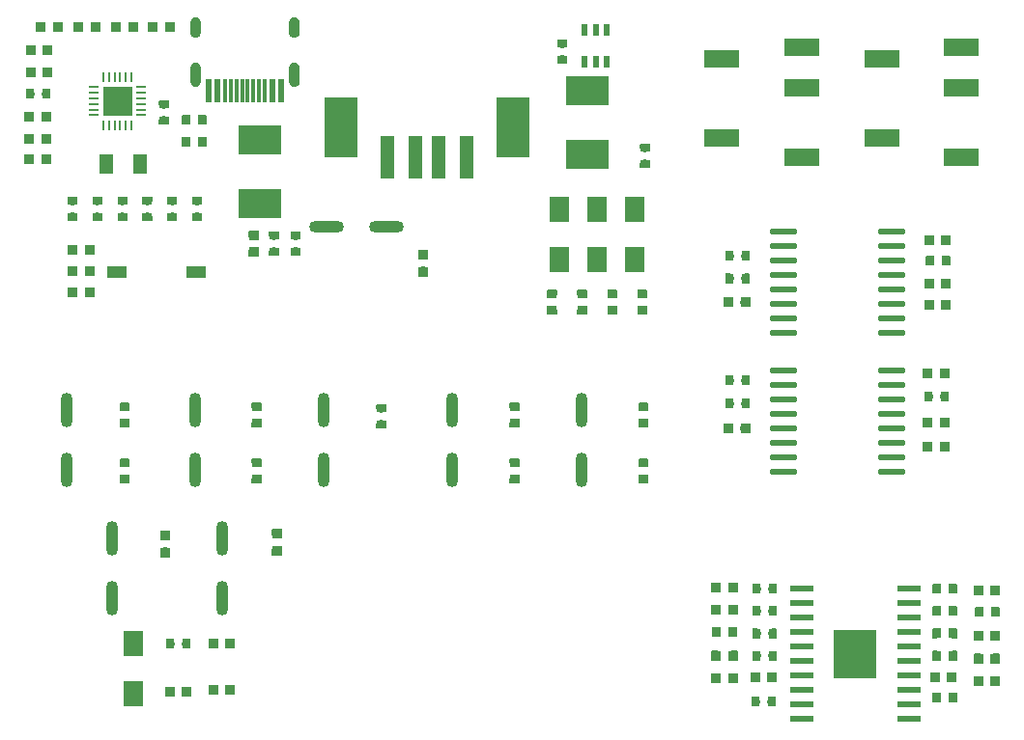
<source format=gtp>
G04*
G04 #@! TF.GenerationSoftware,Altium Limited,Altium Designer,20.2.5 (213)*
G04*
G04 Layer_Color=8421504*
%FSLAX24Y24*%
%MOIN*%
G70*
G04*
G04 #@! TF.SameCoordinates,311A2180-9421-45D2-9D82-A7DF5611BF6A*
G04*
G04*
G04 #@! TF.FilePolarity,Positive*
G04*
G01*
G75*
%ADD19R,0.0475X0.0670*%
%ADD20R,0.0354X0.0315*%
%ADD21R,0.0315X0.0354*%
%ADD22R,0.0318X0.0340*%
%ADD23O,0.0945X0.0226*%
%ADD24R,0.1200X0.0600*%
%ADD25R,0.0472X0.1496*%
%ADD26R,0.1181X0.2087*%
%ADD27R,0.0320X0.0320*%
%ADD28R,0.0669X0.0860*%
%ADD29O,0.0400X0.1200*%
%ADD30R,0.1004X0.1004*%
%ADD31R,0.0110X0.0350*%
%ADD32R,0.0350X0.0110*%
%ADD33R,0.0340X0.0318*%
%ADD34R,0.1496X0.0984*%
%ADD35R,0.0236X0.0800*%
%ADD36R,0.0118X0.0800*%
%ADD37O,0.1200X0.0400*%
%ADD38R,0.0700X0.0400*%
%ADD39R,0.0217X0.0394*%
%ADD40R,0.1500X0.1701*%
%ADD41R,0.0787X0.0236*%
G36*
X28870Y34927D02*
Y34729D01*
X28754Y34621D01*
X28646D01*
X28530Y34729D01*
Y34927D01*
X28555Y34952D01*
X28845D01*
X28870Y34927D01*
D02*
G37*
G36*
Y34265D02*
Y34066D01*
X28845Y34041D01*
X28555D01*
X28530Y34066D01*
Y34265D01*
X28646Y34373D01*
X28754D01*
X28870Y34265D01*
D02*
G37*
G36*
X31105Y31195D02*
Y30905D01*
X31080Y30880D01*
X30882D01*
X30774Y30996D01*
Y31104D01*
X30882Y31220D01*
X31080D01*
X31105Y31195D01*
D02*
G37*
G36*
X30526Y31104D02*
Y30996D01*
X30418Y30880D01*
X30220D01*
X30195Y30905D01*
Y31195D01*
X30220Y31220D01*
X30418D01*
X30526Y31104D01*
D02*
G37*
G36*
X29574Y31195D02*
Y30905D01*
X29549Y30880D01*
X29433D01*
X29274Y30996D01*
Y31104D01*
X29433Y31220D01*
X29549D01*
X29574Y31195D01*
D02*
G37*
G36*
X29026Y31104D02*
Y30996D01*
X28867Y30880D01*
X28751D01*
X28726Y30905D01*
Y31195D01*
X28751Y31220D01*
X28867D01*
X29026Y31104D01*
D02*
G37*
G36*
X31105Y29595D02*
Y29305D01*
X31080Y29280D01*
X30882D01*
X30774Y29396D01*
Y29504D01*
X30882Y29620D01*
X31080D01*
X31105Y29595D01*
D02*
G37*
G36*
X30526Y29504D02*
Y29396D01*
X30418Y29280D01*
X30220D01*
X30195Y29305D01*
Y29595D01*
X30220Y29620D01*
X30418D01*
X30526Y29504D01*
D02*
G37*
G36*
X29605Y29545D02*
Y29255D01*
X29580Y29230D01*
X29382D01*
X29274Y29346D01*
Y29454D01*
X29382Y29570D01*
X29580D01*
X29605Y29545D01*
D02*
G37*
G36*
X29026Y29454D02*
Y29346D01*
X28918Y29230D01*
X28720D01*
X28695Y29255D01*
Y29545D01*
X28720Y29570D01*
X28918D01*
X29026Y29454D01*
D02*
G37*
G36*
X26252Y44795D02*
Y44505D01*
X26227Y44480D01*
X26029D01*
X25921Y44596D01*
Y44704D01*
X26029Y44820D01*
X26227D01*
X26252Y44795D01*
D02*
G37*
G36*
X25673Y44704D02*
Y44596D01*
X25565Y44480D01*
X25366D01*
X25341Y44505D01*
Y44795D01*
X25366Y44820D01*
X25565D01*
X25673Y44704D01*
D02*
G37*
G36*
X26252Y44070D02*
Y43780D01*
X26227Y43755D01*
X26029D01*
X25921Y43871D01*
Y43979D01*
X26029Y44095D01*
X26227D01*
X26252Y44070D01*
D02*
G37*
G36*
X25673Y43979D02*
Y43871D01*
X25565Y43755D01*
X25366D01*
X25341Y43780D01*
Y44070D01*
X25366Y44095D01*
X25565D01*
X25673Y43979D01*
D02*
G37*
G36*
X26252Y43345D02*
Y43055D01*
X26227Y43030D01*
X26029D01*
X25921Y43146D01*
Y43254D01*
X26029Y43370D01*
X26227D01*
X26252Y43345D01*
D02*
G37*
G36*
X25673Y43254D02*
Y43146D01*
X25565Y43030D01*
X25366D01*
X25341Y43055D01*
Y43345D01*
X25366Y43370D01*
X25565D01*
X25673Y43254D01*
D02*
G37*
G36*
X27470Y39349D02*
Y39233D01*
X27354Y39074D01*
X27246D01*
X27130Y39233D01*
Y39349D01*
X27155Y39374D01*
X27445D01*
X27470Y39349D01*
D02*
G37*
G36*
Y38667D02*
Y38551D01*
X27445Y38526D01*
X27155D01*
X27130Y38551D01*
Y38667D01*
X27246Y38826D01*
X27354D01*
X27470Y38667D01*
D02*
G37*
G36*
Y37426D02*
Y37310D01*
X27354Y37151D01*
X27246D01*
X27130Y37310D01*
Y37426D01*
X27155Y37452D01*
X27445D01*
X27470Y37426D01*
D02*
G37*
G36*
Y36745D02*
Y36628D01*
X27445Y36603D01*
X27155D01*
X27130Y36628D01*
Y36745D01*
X27246Y36903D01*
X27354D01*
X27470Y36745D01*
D02*
G37*
G36*
X32604Y34426D02*
X32496D01*
X32380Y34318D01*
Y34120D01*
X32405Y34095D01*
X32695D01*
X32720Y34120D01*
Y34318D01*
X32604Y34426D01*
D02*
G37*
G36*
Y34674D02*
X32496D01*
X32380Y34782D01*
Y34980D01*
X32405Y35005D01*
X32695D01*
X32720Y34980D01*
Y34782D01*
X32604Y34674D01*
D02*
G37*
G36*
X31796Y36903D02*
X31904D01*
X32020Y36745D01*
Y36628D01*
X31995Y36603D01*
X31705D01*
X31680Y36628D01*
Y36745D01*
X31796Y36903D01*
D02*
G37*
G36*
Y37151D02*
X31904D01*
X32020Y37310D01*
Y37426D01*
X31995Y37452D01*
X31705D01*
X31680Y37426D01*
Y37310D01*
X31796Y37151D01*
D02*
G37*
G36*
X31904Y38829D02*
X31796D01*
X31680Y38670D01*
Y38554D01*
X31705Y38528D01*
X31995D01*
X32020Y38554D01*
Y38670D01*
X31904Y38829D01*
D02*
G37*
G36*
X36096Y38776D02*
X36204D01*
X36320Y38617D01*
Y38501D01*
X36295Y38476D01*
X36005D01*
X35980Y38501D01*
Y38617D01*
X36096Y38776D01*
D02*
G37*
G36*
X33370Y44592D02*
Y44475D01*
X33345Y44450D01*
X33055D01*
X33030Y44475D01*
Y44592D01*
X33146Y44750D01*
X33254D01*
X33370Y44592D01*
D02*
G37*
G36*
X32620D02*
Y44475D01*
X32595Y44450D01*
X32305D01*
X32280Y44475D01*
Y44592D01*
X32396Y44750D01*
X32504D01*
X32620Y44592D01*
D02*
G37*
G36*
X31920Y44643D02*
Y44444D01*
X31895Y44419D01*
X31605D01*
X31580Y44444D01*
Y44643D01*
X31696Y44751D01*
X31804D01*
X31920Y44643D01*
D02*
G37*
G36*
X32020Y39352D02*
Y39235D01*
X31904Y39077D01*
X31796D01*
X31680Y39235D01*
Y39352D01*
X31705Y39377D01*
X31995D01*
X32020Y39352D01*
D02*
G37*
G36*
X36320Y39299D02*
Y39183D01*
X36204Y39024D01*
X36096D01*
X35980Y39183D01*
Y39299D01*
X36005Y39324D01*
X36295D01*
X36320Y39299D01*
D02*
G37*
G36*
X37770Y44630D02*
Y44432D01*
X37654Y44324D01*
X37546D01*
X37430Y44432D01*
Y44630D01*
X37455Y44655D01*
X37745D01*
X37770Y44630D01*
D02*
G37*
G36*
Y43968D02*
Y43770D01*
X37745Y43745D01*
X37455D01*
X37430Y43770D01*
Y43968D01*
X37546Y44076D01*
X37654D01*
X37770Y43968D01*
D02*
G37*
G36*
X43254Y43249D02*
Y43133D01*
X43139Y42974D01*
X43030D01*
X42914Y43133D01*
Y43249D01*
X42939Y43274D01*
X43229D01*
X43254Y43249D01*
D02*
G37*
G36*
X42218D02*
Y43133D01*
X42102Y42974D01*
X41993D01*
X41878Y43133D01*
Y43249D01*
X41903Y43274D01*
X42193D01*
X42218Y43249D01*
D02*
G37*
G36*
X43254Y42567D02*
Y42451D01*
X43229Y42426D01*
X42939D01*
X42914Y42451D01*
Y42567D01*
X43030Y42726D01*
X43139D01*
X43254Y42567D01*
D02*
G37*
G36*
X42218D02*
Y42451D01*
X42193Y42426D01*
X41903D01*
X41878Y42451D01*
Y42567D01*
X41993Y42726D01*
X42102D01*
X42218Y42567D01*
D02*
G37*
G36*
X40920Y39352D02*
Y39235D01*
X40804Y39077D01*
X40696D01*
X40580Y39235D01*
Y39352D01*
X40605Y39377D01*
X40895D01*
X40920Y39352D01*
D02*
G37*
G36*
Y38670D02*
Y38554D01*
X40895Y38528D01*
X40605D01*
X40580Y38554D01*
Y38670D01*
X40696Y38829D01*
X40804D01*
X40920Y38670D01*
D02*
G37*
G36*
Y37426D02*
Y37310D01*
X40804Y37151D01*
X40696D01*
X40580Y37310D01*
Y37426D01*
X40605Y37452D01*
X40895D01*
X40920Y37426D01*
D02*
G37*
G36*
Y36745D02*
Y36628D01*
X40895Y36603D01*
X40605D01*
X40580Y36628D01*
Y36745D01*
X40696Y36903D01*
X40804D01*
X40920Y36745D01*
D02*
G37*
G36*
X29859Y52660D02*
X29914Y52606D01*
X29945Y52535D01*
X29946Y52496D01*
Y52181D01*
X29945Y52143D01*
X29914Y52072D01*
X29859Y52017D01*
X29788Y51988D01*
X29710D01*
X29639Y52017D01*
X29583Y52072D01*
X29553Y52143D01*
X29552Y52181D01*
X29552D01*
X29552Y52496D01*
X29553Y52535D01*
X29583Y52606D01*
X29639Y52660D01*
X29710Y52690D01*
X29788D01*
X29859Y52660D01*
D02*
G37*
G36*
X33261Y52661D02*
X33316Y52606D01*
X33347Y52535D01*
X33347Y52496D01*
Y52181D01*
X33347Y52143D01*
X33316Y52071D01*
X33261Y52017D01*
X33189Y51987D01*
X33112D01*
X33040Y52017D01*
X32985Y52071D01*
X32954Y52143D01*
X32954Y52181D01*
X32954D01*
X32954Y52496D01*
X32954Y52535D01*
X32985Y52606D01*
X33040Y52661D01*
X33112Y52690D01*
X33189D01*
X33261Y52661D01*
D02*
G37*
G36*
X42570Y51899D02*
Y51783D01*
X42454Y51624D01*
X42346D01*
X42230Y51783D01*
Y51899D01*
X42255Y51924D01*
X42545D01*
X42570Y51899D01*
D02*
G37*
G36*
X24805Y51695D02*
Y51405D01*
X24780Y51380D01*
X24582D01*
X24474Y51496D01*
Y51604D01*
X24582Y51720D01*
X24780D01*
X24805Y51695D01*
D02*
G37*
G36*
X24226Y51604D02*
Y51496D01*
X24118Y51380D01*
X23920D01*
X23895Y51405D01*
Y51695D01*
X23920Y51720D01*
X24118D01*
X24226Y51604D01*
D02*
G37*
G36*
X42570Y51217D02*
Y51101D01*
X42545Y51076D01*
X42255D01*
X42230Y51101D01*
Y51217D01*
X42346Y51376D01*
X42454D01*
X42570Y51217D01*
D02*
G37*
G36*
X24805Y50925D02*
Y50635D01*
X24780Y50610D01*
X24582D01*
X24474Y50726D01*
Y50834D01*
X24582Y50950D01*
X24780D01*
X24805Y50925D01*
D02*
G37*
G36*
X24226Y50834D02*
Y50726D01*
X24118Y50610D01*
X23920D01*
X23895Y50635D01*
Y50925D01*
X23920Y50950D01*
X24118D01*
X24226Y50834D01*
D02*
G37*
G36*
X29859Y51086D02*
X29914Y51031D01*
X29945Y50960D01*
X29946Y50922D01*
Y50489D01*
X29945Y50450D01*
X29914Y50379D01*
X29859Y50324D01*
X29788Y50295D01*
X29710D01*
X29639Y50324D01*
X29583Y50379D01*
X29553Y50450D01*
X29552Y50489D01*
X29552D01*
X29552Y50922D01*
X29553Y50960D01*
X29583Y51031D01*
X29639Y51086D01*
X29710Y51115D01*
X29788D01*
X29859Y51086D01*
D02*
G37*
G36*
X33262Y51088D02*
X33317Y51033D01*
X33347Y50961D01*
Y50922D01*
Y50489D01*
Y50449D01*
X33317Y50377D01*
X33262Y50322D01*
X33190Y50292D01*
X33111D01*
X33039Y50322D01*
X32983Y50377D01*
X32954Y50449D01*
Y50489D01*
Y50922D01*
Y50961D01*
X32983Y51033D01*
X33039Y51088D01*
X33111Y51118D01*
X33190D01*
X33262Y51088D01*
D02*
G37*
G36*
X24746Y50196D02*
Y49907D01*
X24721Y49882D01*
X24605D01*
X24446Y49997D01*
Y50106D01*
X24605Y50222D01*
X24721D01*
X24746Y50196D01*
D02*
G37*
G36*
X24198Y50106D02*
Y49997D01*
X24039Y49882D01*
X23923D01*
X23898Y49907D01*
Y50196D01*
X23923Y50222D01*
X24039D01*
X24198Y50106D01*
D02*
G37*
G36*
X28820Y49799D02*
Y49683D01*
X28704Y49524D01*
X28596D01*
X28480Y49683D01*
Y49799D01*
X28505Y49824D01*
X28795D01*
X28820Y49799D01*
D02*
G37*
G36*
X24755Y49395D02*
Y49105D01*
X24730Y49080D01*
X24532D01*
X24424Y49196D01*
Y49304D01*
X24532Y49420D01*
X24730D01*
X24755Y49395D01*
D02*
G37*
G36*
X24176Y49304D02*
Y49196D01*
X24068Y49080D01*
X23870D01*
X23845Y49105D01*
Y49395D01*
X23870Y49420D01*
X24068D01*
X24176Y49304D01*
D02*
G37*
G36*
X30124Y49295D02*
Y49005D01*
X30099Y48980D01*
X29983D01*
X29824Y49096D01*
Y49204D01*
X29983Y49320D01*
X30099D01*
X30124Y49295D01*
D02*
G37*
G36*
X29576Y49204D02*
Y49096D01*
X29417Y48980D01*
X29301D01*
X29276Y49005D01*
Y49295D01*
X29301Y49320D01*
X29417D01*
X29576Y49204D01*
D02*
G37*
G36*
X28820Y49117D02*
Y49001D01*
X28795Y48976D01*
X28505D01*
X28480Y49001D01*
Y49117D01*
X28596Y49276D01*
X28704D01*
X28820Y49117D01*
D02*
G37*
G36*
X24755Y48645D02*
Y48355D01*
X24730Y48330D01*
X24532D01*
X24424Y48446D01*
Y48554D01*
X24532Y48670D01*
X24730D01*
X24755Y48645D01*
D02*
G37*
G36*
X24176Y48554D02*
Y48446D01*
X24068Y48330D01*
X23870D01*
X23845Y48355D01*
Y48645D01*
X23870Y48670D01*
X24068D01*
X24176Y48554D01*
D02*
G37*
G36*
X30124Y48545D02*
Y48255D01*
X30099Y48230D01*
X29983D01*
X29824Y48346D01*
Y48454D01*
X29983Y48570D01*
X30099D01*
X30124Y48545D01*
D02*
G37*
G36*
X29576Y48454D02*
Y48346D01*
X29417Y48230D01*
X29301D01*
X29276Y48255D01*
Y48545D01*
X29301Y48570D01*
X29417D01*
X29576Y48454D01*
D02*
G37*
G36*
X24752Y47945D02*
Y47655D01*
X24727Y47630D01*
X24529D01*
X24421Y47746D01*
Y47854D01*
X24529Y47970D01*
X24727D01*
X24752Y47945D01*
D02*
G37*
G36*
X24173Y47854D02*
Y47746D01*
X24065Y47630D01*
X23866D01*
X23841Y47655D01*
Y47945D01*
X23866Y47970D01*
X24065D01*
X24173Y47854D01*
D02*
G37*
G36*
X28070Y47919D02*
Y47328D01*
X28031Y47288D01*
X27634D01*
X27594Y47328D01*
Y47470D01*
X27634Y47509D01*
X27717D01*
X27756Y47549D01*
Y47698D01*
X27717Y47737D01*
X27634D01*
X27594Y47776D01*
Y47919D01*
X27634Y47958D01*
X28031D01*
X28070Y47919D01*
D02*
G37*
G36*
X26906D02*
Y47776D01*
X26866Y47737D01*
X26783D01*
X26744Y47698D01*
Y47549D01*
X26783Y47509D01*
X26866D01*
X26906Y47470D01*
Y47328D01*
X26866Y47288D01*
X26469D01*
X26430Y47328D01*
Y47919D01*
X26469Y47958D01*
X26866D01*
X26906Y47919D01*
D02*
G37*
G36*
X29970Y46474D02*
Y46357D01*
X29854Y46198D01*
X29746D01*
X29630Y46357D01*
Y46474D01*
X29655Y46499D01*
X29945D01*
X29970Y46474D01*
D02*
G37*
G36*
X29110D02*
Y46357D01*
X28994Y46198D01*
X28886D01*
X28770Y46357D01*
Y46474D01*
X28795Y46499D01*
X29085D01*
X29110Y46474D01*
D02*
G37*
G36*
X28250D02*
Y46357D01*
X28134Y46198D01*
X28026D01*
X27910Y46357D01*
Y46474D01*
X27935Y46499D01*
X28225D01*
X28250Y46474D01*
D02*
G37*
G36*
X27390D02*
Y46357D01*
X27274Y46198D01*
X27166D01*
X27050Y46357D01*
Y46474D01*
X27075Y46499D01*
X27365D01*
X27390Y46474D01*
D02*
G37*
G36*
X26530D02*
Y46357D01*
X26414Y46198D01*
X26306D01*
X26190Y46357D01*
Y46474D01*
X26215Y46499D01*
X26505D01*
X26530Y46474D01*
D02*
G37*
G36*
X25670D02*
Y46357D01*
X25554Y46198D01*
X25446D01*
X25330Y46357D01*
Y46474D01*
X25355Y46499D01*
X25645D01*
X25670Y46474D01*
D02*
G37*
G36*
X29970Y45792D02*
Y45675D01*
X29945Y45650D01*
X29655D01*
X29630Y45675D01*
Y45792D01*
X29746Y45950D01*
X29854D01*
X29970Y45792D01*
D02*
G37*
G36*
X29110D02*
Y45675D01*
X29085Y45650D01*
X28795D01*
X28770Y45675D01*
Y45792D01*
X28886Y45950D01*
X28994D01*
X29110Y45792D01*
D02*
G37*
G36*
X28250D02*
Y45675D01*
X28225Y45650D01*
X27935D01*
X27910Y45675D01*
Y45792D01*
X28026Y45950D01*
X28134D01*
X28250Y45792D01*
D02*
G37*
G36*
X27390D02*
Y45675D01*
X27365Y45650D01*
X27075D01*
X27050Y45675D01*
Y45792D01*
X27166Y45950D01*
X27274D01*
X27390Y45792D01*
D02*
G37*
G36*
X26530D02*
Y45675D01*
X26505Y45650D01*
X26215D01*
X26190Y45675D01*
Y45792D01*
X26306Y45950D01*
X26414D01*
X26530Y45792D01*
D02*
G37*
G36*
X25670D02*
Y45675D01*
X25645Y45650D01*
X25355D01*
X25330Y45675D01*
Y45792D01*
X25446Y45950D01*
X25554D01*
X25670Y45792D01*
D02*
G37*
G36*
X31920Y45305D02*
Y45107D01*
X31804Y44999D01*
X31696D01*
X31580Y45107D01*
Y45305D01*
X31605Y45330D01*
X31895D01*
X31920Y45305D01*
D02*
G37*
G36*
X33370Y45274D02*
Y45157D01*
X33254Y44998D01*
X33146D01*
X33030Y45157D01*
Y45274D01*
X33055Y45299D01*
X33345D01*
X33370Y45274D01*
D02*
G37*
G36*
X32620D02*
Y45157D01*
X32504Y44998D01*
X32396D01*
X32280Y45157D01*
Y45274D01*
X32305Y45299D01*
X32595D01*
X32620Y45274D01*
D02*
G37*
G36*
X45420Y48299D02*
Y48183D01*
X45304Y48024D01*
X45196D01*
X45080Y48183D01*
Y48299D01*
X45105Y48324D01*
X45395D01*
X45420Y48299D01*
D02*
G37*
G36*
Y47617D02*
Y47501D01*
X45395Y47476D01*
X45105D01*
X45080Y47501D01*
Y47617D01*
X45196Y47776D01*
X45304D01*
X45420Y47617D01*
D02*
G37*
G36*
X55805Y45145D02*
Y44855D01*
X55780Y44830D01*
X55582D01*
X55474Y44946D01*
Y45054D01*
X55582Y45170D01*
X55780D01*
X55805Y45145D01*
D02*
G37*
G36*
X55226Y45054D02*
Y44946D01*
X55118Y44830D01*
X54920D01*
X54895Y44855D01*
Y45145D01*
X54920Y45170D01*
X55118D01*
X55226Y45054D01*
D02*
G37*
G36*
X48874Y44595D02*
Y44305D01*
X48849Y44280D01*
X48733D01*
X48574Y44396D01*
Y44504D01*
X48733Y44620D01*
X48849D01*
X48874Y44595D01*
D02*
G37*
G36*
X48326Y44504D02*
Y44396D01*
X48167Y44280D01*
X48051D01*
X48026Y44305D01*
Y44595D01*
X48051Y44620D01*
X48167D01*
X48326Y44504D01*
D02*
G37*
G36*
X55796Y44436D02*
Y44147D01*
X55771Y44122D01*
X55655D01*
X55496Y44237D01*
Y44346D01*
X55655Y44462D01*
X55771D01*
X55796Y44436D01*
D02*
G37*
G36*
X55248Y44346D02*
Y44237D01*
X55089Y44122D01*
X54973D01*
X54948Y44147D01*
Y44436D01*
X54973Y44462D01*
X55089D01*
X55248Y44346D01*
D02*
G37*
G36*
X48868Y43817D02*
Y43527D01*
X48843Y43502D01*
X48727D01*
X48568Y43617D01*
Y43726D01*
X48727Y43842D01*
X48843D01*
X48868Y43817D01*
D02*
G37*
G36*
X48320Y43726D02*
Y43617D01*
X48161Y43502D01*
X48045D01*
X48020Y43527D01*
Y43817D01*
X48045Y43842D01*
X48161D01*
X48320Y43726D01*
D02*
G37*
G36*
X55805Y43645D02*
Y43355D01*
X55780Y43330D01*
X55582D01*
X55474Y43446D01*
Y43554D01*
X55582Y43670D01*
X55780D01*
X55805Y43645D01*
D02*
G37*
G36*
X55226Y43554D02*
Y43446D01*
X55118Y43330D01*
X54920D01*
X54895Y43355D01*
Y43645D01*
X54920Y43670D01*
X55118D01*
X55226Y43554D01*
D02*
G37*
G36*
X45327Y43249D02*
Y43133D01*
X45212Y42974D01*
X45103D01*
X44987Y43133D01*
Y43249D01*
X45012Y43274D01*
X45302D01*
X45327Y43249D01*
D02*
G37*
G36*
X44291D02*
Y43133D01*
X44175Y42974D01*
X44066D01*
X43951Y43133D01*
Y43249D01*
X43976Y43274D01*
X44266D01*
X44291Y43249D01*
D02*
G37*
G36*
X48877Y42995D02*
Y42705D01*
X48852Y42680D01*
X48654D01*
X48546Y42796D01*
Y42904D01*
X48654Y43020D01*
X48852D01*
X48877Y42995D01*
D02*
G37*
G36*
X48298Y42904D02*
Y42796D01*
X48190Y42680D01*
X47992D01*
X47967Y42705D01*
Y42995D01*
X47992Y43020D01*
X48190D01*
X48298Y42904D01*
D02*
G37*
G36*
X55805Y42895D02*
Y42605D01*
X55780Y42580D01*
X55582D01*
X55474Y42696D01*
Y42804D01*
X55582Y42920D01*
X55780D01*
X55805Y42895D01*
D02*
G37*
G36*
X55226Y42804D02*
Y42696D01*
X55118Y42580D01*
X54920D01*
X54895Y42605D01*
Y42895D01*
X54920Y42920D01*
X55118D01*
X55226Y42804D01*
D02*
G37*
G36*
X45327Y42567D02*
Y42451D01*
X45302Y42426D01*
X45012D01*
X44987Y42451D01*
Y42567D01*
X45103Y42726D01*
X45212D01*
X45327Y42567D01*
D02*
G37*
G36*
X44291D02*
Y42451D01*
X44266Y42426D01*
X43976D01*
X43951Y42451D01*
Y42567D01*
X44066Y42726D01*
X44175D01*
X44291Y42567D01*
D02*
G37*
G36*
X55755Y40545D02*
Y40255D01*
X55730Y40230D01*
X55532D01*
X55424Y40346D01*
Y40454D01*
X55532Y40570D01*
X55730D01*
X55755Y40545D01*
D02*
G37*
G36*
X55176Y40454D02*
Y40346D01*
X55068Y40230D01*
X54870D01*
X54845Y40255D01*
Y40545D01*
X54870Y40570D01*
X55068D01*
X55176Y40454D01*
D02*
G37*
G36*
X48874Y40295D02*
Y40005D01*
X48849Y39980D01*
X48733D01*
X48574Y40096D01*
Y40204D01*
X48733Y40320D01*
X48849D01*
X48874Y40295D01*
D02*
G37*
G36*
X48326Y40204D02*
Y40096D01*
X48167Y39980D01*
X48051D01*
X48026Y40005D01*
Y40295D01*
X48051Y40320D01*
X48167D01*
X48326Y40204D01*
D02*
G37*
G36*
X55746Y39736D02*
Y39447D01*
X55721Y39422D01*
X55605D01*
X55446Y39537D01*
Y39646D01*
X55605Y39762D01*
X55721D01*
X55746Y39736D01*
D02*
G37*
G36*
X55198Y39646D02*
Y39537D01*
X55039Y39422D01*
X54923D01*
X54898Y39447D01*
Y39736D01*
X54923Y39762D01*
X55039D01*
X55198Y39646D01*
D02*
G37*
G36*
X48868Y39492D02*
Y39202D01*
X48843Y39177D01*
X48727D01*
X48568Y39292D01*
Y39401D01*
X48727Y39517D01*
X48843D01*
X48868Y39492D01*
D02*
G37*
G36*
X48320Y39401D02*
Y39292D01*
X48161Y39177D01*
X48045D01*
X48020Y39202D01*
Y39492D01*
X48045Y39517D01*
X48161D01*
X48320Y39401D01*
D02*
G37*
G36*
X45370Y39352D02*
Y39235D01*
X45254Y39077D01*
X45146D01*
X45030Y39235D01*
Y39352D01*
X45055Y39377D01*
X45345D01*
X45370Y39352D01*
D02*
G37*
G36*
X55755Y38845D02*
Y38555D01*
X55730Y38530D01*
X55532D01*
X55424Y38646D01*
Y38754D01*
X55532Y38870D01*
X55730D01*
X55755Y38845D01*
D02*
G37*
G36*
X55176Y38754D02*
Y38646D01*
X55068Y38530D01*
X54870D01*
X54845Y38555D01*
Y38845D01*
X54870Y38870D01*
X55068D01*
X55176Y38754D01*
D02*
G37*
G36*
X45370Y38670D02*
Y38554D01*
X45345Y38528D01*
X45055D01*
X45030Y38554D01*
Y38670D01*
X45146Y38829D01*
X45254D01*
X45370Y38670D01*
D02*
G37*
G36*
X48877Y38645D02*
Y38355D01*
X48852Y38330D01*
X48654D01*
X48546Y38446D01*
Y38554D01*
X48654Y38670D01*
X48852D01*
X48877Y38645D01*
D02*
G37*
G36*
X48298Y38554D02*
Y38446D01*
X48190Y38330D01*
X47992D01*
X47967Y38355D01*
Y38645D01*
X47992Y38670D01*
X48190D01*
X48298Y38554D01*
D02*
G37*
G36*
X55759Y37995D02*
Y37705D01*
X55734Y37680D01*
X55535D01*
X55427Y37796D01*
Y37904D01*
X55535Y38020D01*
X55734D01*
X55759Y37995D01*
D02*
G37*
G36*
X55179Y37904D02*
Y37796D01*
X55071Y37680D01*
X54873D01*
X54848Y37705D01*
Y37995D01*
X54873Y38020D01*
X55071D01*
X55179Y37904D01*
D02*
G37*
G36*
X45370Y37426D02*
Y37310D01*
X45254Y37151D01*
X45146D01*
X45030Y37310D01*
Y37426D01*
X45055Y37452D01*
X45345D01*
X45370Y37426D01*
D02*
G37*
G36*
Y36745D02*
Y36628D01*
X45345Y36603D01*
X45055D01*
X45030Y36628D01*
Y36745D01*
X45146Y36903D01*
X45254D01*
X45370Y36745D01*
D02*
G37*
G36*
X48455Y33145D02*
Y32855D01*
X48430Y32830D01*
X48232D01*
X48124Y32946D01*
Y33054D01*
X48232Y33170D01*
X48430D01*
X48455Y33145D01*
D02*
G37*
G36*
X47876Y33054D02*
Y32946D01*
X47768Y32830D01*
X47570D01*
X47545Y32855D01*
Y33145D01*
X47570Y33170D01*
X47768D01*
X47876Y33054D01*
D02*
G37*
G36*
X56022Y33097D02*
Y32807D01*
X55996Y32782D01*
X55880D01*
X55721Y32898D01*
Y33007D01*
X55880Y33122D01*
X55996D01*
X56022Y33097D01*
D02*
G37*
G36*
X55473Y33007D02*
Y32898D01*
X55315Y32782D01*
X55198D01*
X55173Y32807D01*
Y33097D01*
X55198Y33122D01*
X55315D01*
X55473Y33007D01*
D02*
G37*
G36*
X49802Y33095D02*
Y32805D01*
X49777Y32780D01*
X49661D01*
X49502Y32896D01*
Y33004D01*
X49661Y33120D01*
X49777D01*
X49802Y33095D01*
D02*
G37*
G36*
X49254Y33004D02*
Y32896D01*
X49095Y32780D01*
X48979D01*
X48954Y32805D01*
Y33095D01*
X48979Y33120D01*
X49095D01*
X49254Y33004D01*
D02*
G37*
G36*
X57505Y33045D02*
Y32755D01*
X57480Y32730D01*
X57282D01*
X57174Y32846D01*
Y32954D01*
X57282Y33070D01*
X57480D01*
X57505Y33045D01*
D02*
G37*
G36*
X56926Y32954D02*
Y32846D01*
X56818Y32730D01*
X56620D01*
X56595Y32755D01*
Y33045D01*
X56620Y33070D01*
X56818D01*
X56926Y32954D01*
D02*
G37*
G36*
X48455Y32357D02*
Y32068D01*
X48430Y32042D01*
X48232D01*
X48124Y32158D01*
Y32267D01*
X48232Y32383D01*
X48430D01*
X48455Y32357D01*
D02*
G37*
G36*
X47876Y32267D02*
Y32158D01*
X47768Y32042D01*
X47570D01*
X47545Y32068D01*
Y32357D01*
X47570Y32383D01*
X47768D01*
X47876Y32267D01*
D02*
G37*
G36*
X56022Y32325D02*
Y32035D01*
X55996Y32010D01*
X55880D01*
X55721Y32126D01*
Y32235D01*
X55880Y32350D01*
X55996D01*
X56022Y32325D01*
D02*
G37*
G36*
X55473Y32235D02*
Y32126D01*
X55315Y32010D01*
X55198D01*
X55173Y32035D01*
Y32325D01*
X55198Y32350D01*
X55315D01*
X55473Y32235D01*
D02*
G37*
G36*
X49802Y32323D02*
Y32033D01*
X49777Y32008D01*
X49661D01*
X49502Y32124D01*
Y32233D01*
X49661Y32348D01*
X49777D01*
X49802Y32323D01*
D02*
G37*
G36*
X49254Y32233D02*
Y32124D01*
X49095Y32008D01*
X48979D01*
X48954Y32033D01*
Y32323D01*
X48979Y32348D01*
X49095D01*
X49254Y32233D01*
D02*
G37*
G36*
X57496Y32299D02*
Y32009D01*
X57471Y31984D01*
X57355D01*
X57196Y32100D01*
Y32209D01*
X57355Y32324D01*
X57471D01*
X57496Y32299D01*
D02*
G37*
G36*
X56948Y32209D02*
Y32100D01*
X56789Y31984D01*
X56673D01*
X56648Y32009D01*
Y32299D01*
X56673Y32324D01*
X56789D01*
X56948Y32209D01*
D02*
G37*
G36*
X48424Y31611D02*
Y31322D01*
X48399Y31297D01*
X48283D01*
X48124Y31412D01*
Y31521D01*
X48283Y31637D01*
X48399D01*
X48424Y31611D01*
D02*
G37*
G36*
X47876Y31521D02*
Y31412D01*
X47717Y31297D01*
X47601D01*
X47576Y31322D01*
Y31611D01*
X47601Y31637D01*
X47717D01*
X47876Y31521D01*
D02*
G37*
G36*
X56022Y31553D02*
Y31264D01*
X55996Y31239D01*
X55880D01*
X55721Y31354D01*
Y31463D01*
X55880Y31579D01*
X55996D01*
X56022Y31553D01*
D02*
G37*
G36*
X55473Y31463D02*
Y31354D01*
X55315Y31239D01*
X55198D01*
X55173Y31264D01*
Y31553D01*
X55198Y31579D01*
X55315D01*
X55473Y31463D01*
D02*
G37*
G36*
X49802Y31551D02*
Y31262D01*
X49777Y31236D01*
X49661D01*
X49502Y31352D01*
Y31461D01*
X49661Y31577D01*
X49777D01*
X49802Y31551D01*
D02*
G37*
G36*
X49254Y31461D02*
Y31352D01*
X49095Y31236D01*
X48979D01*
X48954Y31262D01*
Y31551D01*
X48979Y31577D01*
X49095D01*
X49254Y31461D01*
D02*
G37*
G36*
X57505Y31470D02*
Y31180D01*
X57480Y31155D01*
X57282D01*
X57174Y31271D01*
Y31379D01*
X57282Y31495D01*
X57480D01*
X57505Y31470D01*
D02*
G37*
G36*
X56926Y31379D02*
Y31271D01*
X56818Y31155D01*
X56620D01*
X56595Y31180D01*
Y31470D01*
X56620Y31495D01*
X56818D01*
X56926Y31379D01*
D02*
G37*
G36*
X48455Y30782D02*
Y30493D01*
X48430Y30467D01*
X48232D01*
X48124Y30583D01*
Y30692D01*
X48232Y30808D01*
X48430D01*
X48455Y30782D01*
D02*
G37*
G36*
X47876Y30692D02*
Y30583D01*
X47768Y30467D01*
X47570D01*
X47545Y30493D01*
Y30782D01*
X47570Y30808D01*
X47768D01*
X47876Y30692D01*
D02*
G37*
G36*
X56022Y30782D02*
Y30492D01*
X55996Y30467D01*
X55880D01*
X55721Y30582D01*
Y30691D01*
X55880Y30807D01*
X55996D01*
X56022Y30782D01*
D02*
G37*
G36*
X55473Y30691D02*
Y30582D01*
X55315Y30467D01*
X55198D01*
X55173Y30492D01*
Y30782D01*
X55198Y30807D01*
X55315D01*
X55473Y30691D01*
D02*
G37*
G36*
X49802Y30780D02*
Y30490D01*
X49777Y30465D01*
X49661D01*
X49502Y30580D01*
Y30689D01*
X49661Y30805D01*
X49777D01*
X49802Y30780D01*
D02*
G37*
G36*
X49254Y30689D02*
Y30580D01*
X49095Y30465D01*
X48979D01*
X48954Y30490D01*
Y30780D01*
X48979Y30805D01*
X49095D01*
X49254Y30689D01*
D02*
G37*
G36*
X57505Y30682D02*
Y30393D01*
X57480Y30367D01*
X57282D01*
X57174Y30483D01*
Y30592D01*
X57282Y30708D01*
X57480D01*
X57505Y30682D01*
D02*
G37*
G36*
X56926Y30592D02*
Y30483D01*
X56818Y30367D01*
X56620D01*
X56595Y30393D01*
Y30682D01*
X56620Y30708D01*
X56818D01*
X56926Y30592D01*
D02*
G37*
G36*
X56005Y30045D02*
Y29755D01*
X55980Y29730D01*
X55782D01*
X55674Y29846D01*
Y29954D01*
X55782Y30070D01*
X55980D01*
X56005Y30045D01*
D02*
G37*
G36*
X55426Y29954D02*
Y29846D01*
X55318Y29730D01*
X55120D01*
X55095Y29755D01*
Y30045D01*
X55120Y30070D01*
X55318D01*
X55426Y29954D01*
D02*
G37*
G36*
X49805Y30045D02*
Y29755D01*
X49780Y29730D01*
X49582D01*
X49474Y29846D01*
Y29954D01*
X49582Y30070D01*
X49780D01*
X49805Y30045D01*
D02*
G37*
G36*
X49226Y29954D02*
Y29846D01*
X49118Y29730D01*
X48920D01*
X48895Y29755D01*
Y30045D01*
X48920Y30070D01*
X49118D01*
X49226Y29954D01*
D02*
G37*
G36*
X48455Y29995D02*
Y29705D01*
X48430Y29680D01*
X48232D01*
X48124Y29796D01*
Y29904D01*
X48232Y30020D01*
X48430D01*
X48455Y29995D01*
D02*
G37*
G36*
X47876Y29904D02*
Y29796D01*
X47768Y29680D01*
X47570D01*
X47545Y29705D01*
Y29995D01*
X47570Y30020D01*
X47768D01*
X47876Y29904D01*
D02*
G37*
G36*
X57505Y29895D02*
Y29605D01*
X57480Y29580D01*
X57282D01*
X57174Y29696D01*
Y29804D01*
X57282Y29920D01*
X57480D01*
X57505Y29895D01*
D02*
G37*
G36*
X56926Y29804D02*
Y29696D01*
X56818Y29580D01*
X56620D01*
X56595Y29605D01*
Y29895D01*
X56620Y29920D01*
X56818D01*
X56926Y29804D01*
D02*
G37*
G36*
X56024Y29345D02*
Y29055D01*
X55999Y29030D01*
X55883D01*
X55724Y29146D01*
Y29254D01*
X55883Y29370D01*
X55999D01*
X56024Y29345D01*
D02*
G37*
G36*
X55476Y29254D02*
Y29146D01*
X55317Y29030D01*
X55201D01*
X55176Y29055D01*
Y29345D01*
X55201Y29370D01*
X55317D01*
X55476Y29254D01*
D02*
G37*
G36*
X49774Y29195D02*
Y28905D01*
X49749Y28880D01*
X49633D01*
X49474Y28996D01*
Y29104D01*
X49633Y29220D01*
X49749D01*
X49774Y29195D01*
D02*
G37*
G36*
X49226Y29104D02*
Y28996D01*
X49067Y28880D01*
X48951D01*
X48926Y28905D01*
Y29195D01*
X48951Y29220D01*
X49067D01*
X49226Y29104D01*
D02*
G37*
D19*
X27832Y47623D02*
D03*
X26668D02*
D03*
D20*
X28650Y49676D02*
D03*
Y49124D02*
D03*
X40750Y38677D02*
D03*
Y39228D02*
D03*
X27300Y38674D02*
D03*
Y39226D02*
D03*
X45200Y38677D02*
D03*
Y39228D02*
D03*
X42048Y43126D02*
D03*
Y42574D02*
D03*
X43084Y43126D02*
D03*
Y42574D02*
D03*
X36150Y39176D02*
D03*
Y38624D02*
D03*
X27220Y46350D02*
D03*
Y45799D02*
D03*
X28080Y46350D02*
D03*
Y45799D02*
D03*
X28940Y46350D02*
D03*
Y45799D02*
D03*
X29800Y46350D02*
D03*
Y45799D02*
D03*
X33200Y45150D02*
D03*
Y44599D02*
D03*
X32450Y45150D02*
D03*
Y44599D02*
D03*
X40750Y37303D02*
D03*
Y36752D02*
D03*
X26360Y46350D02*
D03*
Y45799D02*
D03*
X25500Y46350D02*
D03*
Y45799D02*
D03*
X31850Y38677D02*
D03*
Y39228D02*
D03*
Y37303D02*
D03*
Y36752D02*
D03*
X42400Y51224D02*
D03*
Y51776D02*
D03*
X45250Y48176D02*
D03*
Y47624D02*
D03*
X27300Y37303D02*
D03*
Y36752D02*
D03*
X45200Y37303D02*
D03*
Y36752D02*
D03*
X45157Y43126D02*
D03*
Y42574D02*
D03*
X44121Y43126D02*
D03*
Y42574D02*
D03*
D21*
X29976Y49150D02*
D03*
X29424D02*
D03*
X29976Y48400D02*
D03*
X29424D02*
D03*
X24046Y50052D02*
D03*
X24598D02*
D03*
X55597Y39592D02*
D03*
X55046D02*
D03*
X55096Y44292D02*
D03*
X55647D02*
D03*
X48168Y39347D02*
D03*
X48719D02*
D03*
X48726Y40150D02*
D03*
X48174D02*
D03*
X48168Y43672D02*
D03*
X48719D02*
D03*
X48726Y44450D02*
D03*
X48174D02*
D03*
X29426Y31050D02*
D03*
X28874D02*
D03*
X49102Y31406D02*
D03*
X49654D02*
D03*
X49102Y30635D02*
D03*
X49654D02*
D03*
X55873Y31409D02*
D03*
X55322D02*
D03*
X55873Y30637D02*
D03*
X55322D02*
D03*
X55873Y32180D02*
D03*
X55322D02*
D03*
X55873Y32952D02*
D03*
X55322D02*
D03*
X49102Y32950D02*
D03*
X49654D02*
D03*
X49102Y32178D02*
D03*
X49654D02*
D03*
X55324Y29200D02*
D03*
X55876D02*
D03*
X57347Y32154D02*
D03*
X56796D02*
D03*
X49626Y29050D02*
D03*
X49074D02*
D03*
X48276Y31467D02*
D03*
X47724D02*
D03*
D22*
X24053Y51550D02*
D03*
X24647D02*
D03*
X24053Y50780D02*
D03*
X24647D02*
D03*
X24597Y49250D02*
D03*
X24003D02*
D03*
X55600Y37850D02*
D03*
X55007D02*
D03*
X55597Y38700D02*
D03*
X55003D02*
D03*
Y40400D02*
D03*
X55597D02*
D03*
X55053Y42750D02*
D03*
X55647D02*
D03*
Y43500D02*
D03*
X55053D02*
D03*
Y45000D02*
D03*
X55647D02*
D03*
X48125Y38500D02*
D03*
X48719D02*
D03*
X48125Y42850D02*
D03*
X48719D02*
D03*
X30947Y29450D02*
D03*
X30353D02*
D03*
X30947Y31050D02*
D03*
X30353D02*
D03*
X28853Y29400D02*
D03*
X29447D02*
D03*
X24597Y48500D02*
D03*
X24003D02*
D03*
X26093Y44650D02*
D03*
X25500D02*
D03*
X26093Y43925D02*
D03*
X25500D02*
D03*
X24000Y47800D02*
D03*
X24593D02*
D03*
X26093Y43200D02*
D03*
X25500D02*
D03*
X56753Y32900D02*
D03*
X57347D02*
D03*
X47703Y33000D02*
D03*
X48297D02*
D03*
X56753Y31325D02*
D03*
X57347D02*
D03*
X47703Y32213D02*
D03*
X48297D02*
D03*
X55847Y29900D02*
D03*
X55253D02*
D03*
X49053D02*
D03*
X49647D02*
D03*
X47703Y30638D02*
D03*
X48297D02*
D03*
X57347Y30538D02*
D03*
X56753D02*
D03*
X48297Y29850D02*
D03*
X47703D02*
D03*
X56753Y29750D02*
D03*
X57347D02*
D03*
D23*
X53770Y37000D02*
D03*
Y37500D02*
D03*
Y38000D02*
D03*
Y38500D02*
D03*
Y39000D02*
D03*
Y39500D02*
D03*
Y40000D02*
D03*
Y40500D02*
D03*
X50030Y37000D02*
D03*
Y37500D02*
D03*
Y38000D02*
D03*
Y38500D02*
D03*
Y39000D02*
D03*
Y39500D02*
D03*
Y40000D02*
D03*
Y40500D02*
D03*
X53770Y41800D02*
D03*
Y42300D02*
D03*
Y42800D02*
D03*
Y43300D02*
D03*
Y43800D02*
D03*
Y44300D02*
D03*
Y44800D02*
D03*
Y45300D02*
D03*
X50030Y41800D02*
D03*
Y42300D02*
D03*
Y42800D02*
D03*
Y43300D02*
D03*
Y43800D02*
D03*
Y44300D02*
D03*
Y44800D02*
D03*
Y45300D02*
D03*
D24*
X53425Y48510D02*
D03*
X56175Y47840D02*
D03*
Y50240D02*
D03*
X53425Y51260D02*
D03*
X56175Y51660D02*
D03*
X47900Y48510D02*
D03*
X50650Y47840D02*
D03*
Y50240D02*
D03*
X47900Y51260D02*
D03*
X50650Y51660D02*
D03*
D25*
X36358Y47865D02*
D03*
X37342Y47864D02*
D03*
X38130D02*
D03*
X39114D02*
D03*
D26*
X40687Y48888D02*
D03*
X34781Y48888D02*
D03*
D27*
X28850Y52350D02*
D03*
X28250D02*
D03*
X27000D02*
D03*
X27600D02*
D03*
X25700D02*
D03*
X26300D02*
D03*
X24400D02*
D03*
X25000D02*
D03*
D28*
X27600Y31066D02*
D03*
Y29334D02*
D03*
X42300Y46066D02*
D03*
Y44334D02*
D03*
X43607D02*
D03*
Y46066D02*
D03*
X44900D02*
D03*
Y44334D02*
D03*
D29*
X25300Y39130D02*
D03*
Y37070D02*
D03*
X34175D02*
D03*
Y39130D02*
D03*
X30650Y34680D02*
D03*
Y32620D02*
D03*
X26850Y34680D02*
D03*
Y32620D02*
D03*
X38612Y37070D02*
D03*
Y39130D02*
D03*
X29738Y37070D02*
D03*
Y39130D02*
D03*
X43050D02*
D03*
Y37070D02*
D03*
D30*
X27050Y49800D02*
D03*
D31*
X26558Y50631D02*
D03*
X26755D02*
D03*
X26952D02*
D03*
X27148D02*
D03*
X27345D02*
D03*
X27542D02*
D03*
Y48969D02*
D03*
X27345D02*
D03*
X27148D02*
D03*
X26952D02*
D03*
X26755D02*
D03*
X26558D02*
D03*
D32*
X27881Y50292D02*
D03*
Y50095D02*
D03*
Y49898D02*
D03*
Y49702D02*
D03*
Y49505D02*
D03*
Y49308D02*
D03*
X26219D02*
D03*
Y49505D02*
D03*
Y49702D02*
D03*
Y49898D02*
D03*
Y50095D02*
D03*
Y50292D02*
D03*
D33*
X32550Y34847D02*
D03*
Y34253D02*
D03*
X28700Y34793D02*
D03*
Y34200D02*
D03*
X31750Y44578D02*
D03*
Y45171D02*
D03*
X37600Y43903D02*
D03*
Y44497D02*
D03*
D34*
X31950Y48452D02*
D03*
Y46248D02*
D03*
X43250Y50152D02*
D03*
Y47948D02*
D03*
D35*
X32710Y50161D02*
D03*
X30190D02*
D03*
X32395D02*
D03*
X30505D02*
D03*
D36*
X32139D02*
D03*
X31942D02*
D03*
X31745D02*
D03*
X31155D02*
D03*
X30958D02*
D03*
X30761D02*
D03*
X31548D02*
D03*
X31352D02*
D03*
D37*
X36330Y45450D02*
D03*
X34270D02*
D03*
D38*
X27022Y43900D02*
D03*
X29778D02*
D03*
D39*
X43176Y51149D02*
D03*
X43550D02*
D03*
X43924D02*
D03*
Y52251D02*
D03*
X43550D02*
D03*
X43176D02*
D03*
D40*
X52500Y30700D02*
D03*
D41*
X54350Y32950D02*
D03*
Y32450D02*
D03*
Y31950D02*
D03*
Y31450D02*
D03*
Y30950D02*
D03*
Y30450D02*
D03*
Y29950D02*
D03*
Y29450D02*
D03*
Y28950D02*
D03*
Y28450D02*
D03*
X50650Y28450D02*
D03*
Y28950D02*
D03*
Y29450D02*
D03*
Y29950D02*
D03*
Y30450D02*
D03*
Y30950D02*
D03*
Y31450D02*
D03*
Y31950D02*
D03*
Y32450D02*
D03*
Y32950D02*
D03*
M02*

</source>
